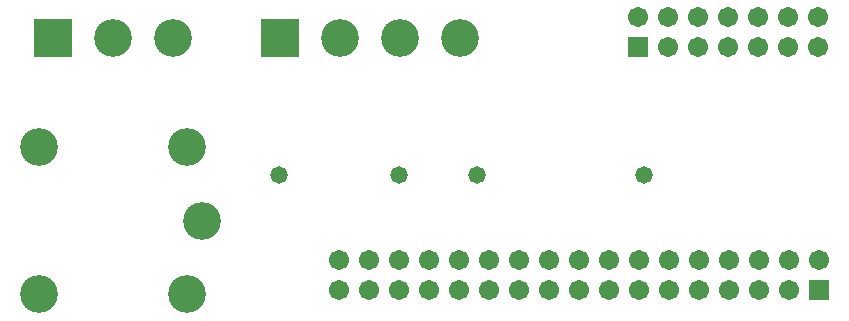
<source format=gbs>
%FSLAX43Y43*%
%MOMM*%
G71*
G01*
G75*
%ADD10R,1.800X1.600*%
%ADD11C,0.500*%
%ADD12C,1.000*%
%ADD13C,2.000*%
%ADD14R,3.000X3.000*%
%ADD15C,3.000*%
%ADD16R,1.500X1.500*%
%ADD17C,1.500*%
%ADD18C,1.270*%
%ADD19C,0.400*%
%ADD20R,2.003X1.803*%
%ADD21R,3.203X3.203*%
%ADD22C,3.203*%
%ADD23R,1.703X1.703*%
%ADD24C,1.703*%
%ADD25C,1.473*%
D21*
X-64800Y21300D02*
D03*
X-45600D02*
D03*
D22*
X-59720D02*
D03*
X-54640D02*
D03*
X-30360D02*
D03*
X-40520D02*
D03*
X-35440D02*
D03*
X-53496Y-392D02*
D03*
X-65996D02*
D03*
Y12108D02*
D03*
X-52196Y5808D02*
D03*
X-53496Y12108D02*
D03*
D23*
X0Y0D02*
D03*
X-15300Y20540D02*
D03*
D24*
X0Y2540D02*
D03*
X-2540Y0D02*
D03*
Y2540D02*
D03*
X-5080Y0D02*
D03*
X-5080Y2540D02*
D03*
X-7620Y0D02*
D03*
Y2540D02*
D03*
X-10160Y0D02*
D03*
Y2540D02*
D03*
X-12700Y0D02*
D03*
Y2540D02*
D03*
X-15240Y0D02*
D03*
Y2540D02*
D03*
X-17780Y0D02*
D03*
Y2540D02*
D03*
X-20320Y0D02*
D03*
Y2540D02*
D03*
X-22860Y0D02*
D03*
Y2540D02*
D03*
X-25400Y0D02*
D03*
Y2540D02*
D03*
X-27940Y0D02*
D03*
X-27940Y2540D02*
D03*
X-30480Y0D02*
D03*
Y2540D02*
D03*
X-33020Y0D02*
D03*
Y2540D02*
D03*
X-35560Y0D02*
D03*
Y2540D02*
D03*
X-38100Y0D02*
D03*
Y2540D02*
D03*
X-40640Y0D02*
D03*
X-40640Y2540D02*
D03*
X-60Y23080D02*
D03*
Y20540D02*
D03*
X-2600Y23080D02*
D03*
Y20540D02*
D03*
X-5140Y23080D02*
D03*
Y20540D02*
D03*
X-7680Y23080D02*
D03*
Y20540D02*
D03*
X-10220Y23080D02*
D03*
X-10220Y20540D02*
D03*
X-12760Y23080D02*
D03*
Y20540D02*
D03*
X-15300Y23080D02*
D03*
D25*
X-35500Y9700D02*
D03*
X-45700D02*
D03*
X-28900D02*
D03*
X-14800D02*
D03*
M02*

</source>
